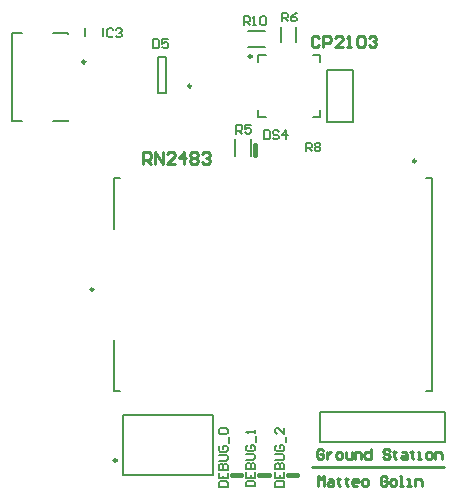
<source format=gbr>
%TF.GenerationSoftware,Altium Limited,Altium Designer,23.3.1 (30)*%
G04 Layer_Color=65535*
%FSLAX45Y45*%
%MOMM*%
%TF.SameCoordinates,3D4662BF-085F-4CF4-8E86-F61BF3E894F1*%
%TF.FilePolarity,Positive*%
%TF.FileFunction,Legend,Top*%
%TF.Part,Single*%
G01*
G75*
%TA.AperFunction,NonConductor*%
%ADD41C,0.25400*%
%ADD53C,0.25000*%
%ADD54C,0.20000*%
%ADD55C,0.40000*%
%ADD56C,0.12800*%
D41*
X2465000Y320000D02*
X3582500D01*
X2512900Y160400D02*
Y240374D01*
X2539558Y213716D01*
X2566216Y240374D01*
Y160400D01*
X2606203Y213716D02*
X2632861D01*
X2646190Y200387D01*
Y160400D01*
X2606203D01*
X2592874Y173729D01*
X2606203Y187058D01*
X2646190D01*
X2686178Y227045D02*
Y213716D01*
X2672848D01*
X2699506D01*
X2686178D01*
Y173729D01*
X2699506Y160400D01*
X2752823Y227045D02*
Y213716D01*
X2739494D01*
X2766152D01*
X2752823D01*
Y173729D01*
X2766152Y160400D01*
X2846126D02*
X2819468D01*
X2806139Y173729D01*
Y200387D01*
X2819468Y213716D01*
X2846126D01*
X2859455Y200387D01*
Y187058D01*
X2806139D01*
X2899442Y160400D02*
X2926100D01*
X2939429Y173729D01*
Y200387D01*
X2926100Y213716D01*
X2899442D01*
X2886113Y200387D01*
Y173729D01*
X2899442Y160400D01*
X3099378Y227045D02*
X3086049Y240374D01*
X3059391D01*
X3046061Y227045D01*
Y173729D01*
X3059391Y160400D01*
X3086049D01*
X3099378Y173729D01*
Y200387D01*
X3072720D01*
X3139365Y160400D02*
X3166023D01*
X3179352Y173729D01*
Y200387D01*
X3166023Y213716D01*
X3139365D01*
X3126036Y200387D01*
Y173729D01*
X3139365Y160400D01*
X3206010D02*
X3232668D01*
X3219339D01*
Y240374D01*
X3206010D01*
X3272655Y160400D02*
X3299313D01*
X3285984D01*
Y213716D01*
X3272655D01*
X3339300Y160400D02*
Y213716D01*
X3379288D01*
X3392617Y200387D01*
Y160400D01*
X2561216Y454545D02*
X2547887Y467874D01*
X2521229D01*
X2507900Y454545D01*
Y401229D01*
X2521229Y387900D01*
X2547887D01*
X2561216Y401229D01*
Y427887D01*
X2534558D01*
X2587874Y441216D02*
Y387900D01*
Y414558D01*
X2601203Y427887D01*
X2614532Y441216D01*
X2627861D01*
X2681178Y387900D02*
X2707836D01*
X2721164Y401229D01*
Y427887D01*
X2707836Y441216D01*
X2681178D01*
X2667848Y427887D01*
Y401229D01*
X2681178Y387900D01*
X2747823Y441216D02*
Y401229D01*
X2761152Y387900D01*
X2801139D01*
Y441216D01*
X2827797Y387900D02*
Y441216D01*
X2867784D01*
X2881113Y427887D01*
Y387900D01*
X2961087Y467874D02*
Y387900D01*
X2921100D01*
X2907771Y401229D01*
Y427887D01*
X2921100Y441216D01*
X2961087D01*
X3121035Y454545D02*
X3107707Y467874D01*
X3081048D01*
X3067719Y454545D01*
Y441216D01*
X3081048Y427887D01*
X3107707D01*
X3121035Y414558D01*
Y401229D01*
X3107707Y387900D01*
X3081048D01*
X3067719Y401229D01*
X3161023Y454545D02*
Y441216D01*
X3147693D01*
X3174352D01*
X3161023D01*
Y401229D01*
X3174352Y387900D01*
X3227668Y441216D02*
X3254326D01*
X3267655Y427887D01*
Y387900D01*
X3227668D01*
X3214339Y401229D01*
X3227668Y414558D01*
X3267655D01*
X3307642Y454545D02*
Y441216D01*
X3294313D01*
X3320971D01*
X3307642D01*
Y401229D01*
X3320971Y387900D01*
X3360958D02*
X3387616D01*
X3374287D01*
Y441216D01*
X3360958D01*
X3440933Y387900D02*
X3467591D01*
X3480920Y401229D01*
Y427887D01*
X3467591Y441216D01*
X3440933D01*
X3427604Y427887D01*
Y401229D01*
X3440933Y387900D01*
X3507578D02*
Y441216D01*
X3547565D01*
X3560894Y427887D01*
Y387900D01*
X1034258Y2882516D02*
Y2982484D01*
X1084242D01*
X1100903Y2965823D01*
Y2932500D01*
X1084242Y2915839D01*
X1034258D01*
X1067581D02*
X1100903Y2882516D01*
X1134226D02*
Y2982484D01*
X1200871Y2882516D01*
Y2982484D01*
X1300839Y2882516D02*
X1234194D01*
X1300839Y2949161D01*
Y2965823D01*
X1284178Y2982484D01*
X1250855D01*
X1234194Y2965823D01*
X1384145Y2882516D02*
Y2982484D01*
X1334161Y2932500D01*
X1400806D01*
X1434129Y2965823D02*
X1450791Y2982484D01*
X1484113D01*
X1500774Y2965823D01*
Y2949161D01*
X1484113Y2932500D01*
X1500774Y2915839D01*
Y2899178D01*
X1484113Y2882516D01*
X1450791D01*
X1434129Y2899178D01*
Y2915839D01*
X1450791Y2932500D01*
X1434129Y2949161D01*
Y2965823D01*
X1450791Y2932500D02*
X1484113D01*
X1534097Y2965823D02*
X1550758Y2982484D01*
X1584081D01*
X1600742Y2965823D01*
Y2949161D01*
X1584081Y2932500D01*
X1567420D01*
X1584081D01*
X1600742Y2915839D01*
Y2899178D01*
X1584081Y2882516D01*
X1550758D01*
X1534097Y2899178D01*
X2526734Y3953323D02*
X2510073Y3969984D01*
X2476750D01*
X2460089Y3953323D01*
Y3886678D01*
X2476750Y3870016D01*
X2510073D01*
X2526734Y3886678D01*
X2560057Y3870016D02*
Y3969984D01*
X2610040D01*
X2626702Y3953323D01*
Y3920000D01*
X2610040Y3903339D01*
X2560057D01*
X2726669Y3870016D02*
X2660024D01*
X2726669Y3936661D01*
Y3953323D01*
X2710008Y3969984D01*
X2676686D01*
X2660024Y3953323D01*
X2759992Y3870016D02*
X2793315D01*
X2776654D01*
Y3969984D01*
X2759992Y3953323D01*
X2843299D02*
X2859960Y3969984D01*
X2893283D01*
X2909944Y3953323D01*
Y3886678D01*
X2893283Y3870016D01*
X2859960D01*
X2843299Y3886678D01*
Y3953323D01*
X2943266D02*
X2959928Y3969984D01*
X2993250D01*
X3009911Y3953323D01*
Y3936661D01*
X2993250Y3920000D01*
X2976589D01*
X2993250D01*
X3009911Y3903339D01*
Y3886678D01*
X2993250Y3870016D01*
X2959928D01*
X2943266Y3886678D01*
D53*
X3344298Y2907800D02*
G03*
X3344298Y2907800I-12500J0D01*
G01*
X613590Y1821400D02*
G03*
X613590Y1821400I-12500J0D01*
G01*
X811100Y373600D02*
G03*
X811100Y373600I-12500J0D01*
G01*
X544700Y3747700D02*
G03*
X544700Y3747700I-12500J0D01*
G01*
X1953400Y3792400D02*
G03*
X1953400Y3792400I-12500J0D01*
G01*
X1441300Y3542500D02*
G03*
X1441300Y3542500I-12500J0D01*
G01*
D54*
X787400Y957800D02*
X838799D01*
X3428401D02*
X3479800D01*
Y2761200D01*
X787400D02*
X838799D01*
X3428395D02*
X3479800D01*
X787400Y2328801D02*
Y2761200D01*
Y957800D02*
Y1390199D01*
X1920278Y4010926D02*
X2067522D01*
X1920278Y3873674D02*
X2067522D01*
X863620Y754615D02*
X1625620D01*
Y246615D02*
Y754615D01*
X863620Y246615D02*
X1625620D01*
X863620D02*
Y754615D01*
X2533701Y526000D02*
Y780000D01*
X3587699D01*
Y526000D02*
Y780000D01*
X2533701Y526000D02*
X3587699D01*
X-75291Y3243201D02*
Y3992201D01*
X-75301Y3243170D02*
X5898D01*
X273502D02*
X394701D01*
Y3256200D01*
X394228Y3979099D02*
Y3992231D01*
X273502D02*
X394228D01*
X-75291Y3992201D02*
X5898D01*
X2595098Y3240600D02*
Y3675600D01*
X2815102D01*
Y3240600D02*
Y3675600D01*
X2595098Y3240600D02*
X2815102D01*
X2005899Y3742402D02*
Y3807401D01*
X2070903D01*
X2470902D02*
X2535900D01*
Y3742402D02*
Y3807401D01*
Y3277399D02*
Y3342398D01*
X2470902Y3277399D02*
X2535900D01*
X2005899D02*
Y3342398D01*
Y3277399D02*
X2070903D01*
X695001Y3962502D02*
Y4032499D01*
X544999Y3962502D02*
Y4032499D01*
X1158800Y3484998D02*
X1228802D01*
X1158800D02*
Y3790002D01*
X1228802D01*
Y3484998D02*
Y3790002D01*
X1810974Y2947164D02*
Y3094407D01*
X1948226Y2947164D02*
Y3094407D01*
X2332498Y3918875D02*
Y4046124D01*
X2197502Y3918875D02*
Y4046124D01*
D55*
X2017508Y249992D02*
X2097508D01*
X2260008D02*
X2340008D01*
X1785010Y249990D02*
X1865010D01*
X1981292Y2962492D02*
Y3042492D01*
D56*
X1888780Y4057512D02*
Y4132488D01*
X1926268D01*
X1938764Y4119992D01*
Y4095000D01*
X1926268Y4082504D01*
X1888780D01*
X1913772D02*
X1938764Y4057512D01*
X1963756D02*
X1988748D01*
X1976252D01*
Y4132488D01*
X1963756Y4119992D01*
X2026236D02*
X2038732Y4132488D01*
X2063724D01*
X2076220Y4119992D01*
Y4070008D01*
X2063724Y4057512D01*
X2038732D01*
X2026236Y4070008D01*
Y4119992D01*
X2410920Y2989612D02*
Y3064588D01*
X2448408D01*
X2460904Y3052092D01*
Y3027100D01*
X2448408Y3014604D01*
X2410920D01*
X2435912D02*
X2460904Y2989612D01*
X2485896Y3052092D02*
X2498392Y3064588D01*
X2523384D01*
X2535880Y3052092D01*
Y3039596D01*
X2523384Y3027100D01*
X2535880Y3014604D01*
Y3002108D01*
X2523384Y2989612D01*
X2498392D01*
X2485896Y3002108D01*
Y3014604D01*
X2498392Y3027100D01*
X2485896Y3039596D01*
Y3052092D01*
X2498392Y3027100D02*
X2523384D01*
X2210020Y4090012D02*
Y4164988D01*
X2247508D01*
X2260004Y4152492D01*
Y4127500D01*
X2247508Y4115004D01*
X2210020D01*
X2235012D02*
X2260004Y4090012D01*
X2334980Y4164988D02*
X2309988Y4152492D01*
X2284996Y4127500D01*
Y4102508D01*
X2297492Y4090012D01*
X2322484D01*
X2334980Y4102508D01*
Y4115004D01*
X2322484Y4127500D01*
X2284996D01*
X1822520Y3140012D02*
Y3214988D01*
X1860008D01*
X1872504Y3202492D01*
Y3177500D01*
X1860008Y3165004D01*
X1822520D01*
X1847512D02*
X1872504Y3140012D01*
X1947480Y3214988D02*
X1897496D01*
Y3177500D01*
X1922488Y3189996D01*
X1934984D01*
X1947480Y3177500D01*
Y3152508D01*
X1934984Y3140012D01*
X1909992D01*
X1897496Y3152508D01*
X2059032Y3166988D02*
Y3092012D01*
X2096520D01*
X2109016Y3104508D01*
Y3154492D01*
X2096520Y3166988D01*
X2059032D01*
X2183992Y3154492D02*
X2171496Y3166988D01*
X2146504D01*
X2134008Y3154492D01*
Y3141996D01*
X2146504Y3129500D01*
X2171496D01*
X2183992Y3117004D01*
Y3104508D01*
X2171496Y3092012D01*
X2146504D01*
X2134008Y3104508D01*
X2246472Y3092012D02*
Y3166988D01*
X2208984Y3129500D01*
X2258968D01*
X1673764Y145078D02*
X1748740D01*
Y182566D01*
X1736244Y195062D01*
X1686260D01*
X1673764Y182566D01*
Y145078D01*
Y270038D02*
Y220054D01*
X1748740D01*
Y270038D01*
X1711252Y220054D02*
Y245046D01*
X1673764Y295030D02*
X1748740D01*
Y332518D01*
X1736244Y345014D01*
X1723748D01*
X1711252Y332518D01*
Y295030D01*
Y332518D01*
X1698756Y345014D01*
X1686260D01*
X1673764Y332518D01*
Y295030D01*
Y370006D02*
X1736244D01*
X1748740Y382502D01*
Y407494D01*
X1736244Y419990D01*
X1673764D01*
X1686260Y494966D02*
X1673764Y482470D01*
Y457478D01*
X1686260Y444982D01*
X1736244D01*
X1748740Y457478D01*
Y482470D01*
X1736244Y494966D01*
X1711252D01*
Y469974D01*
X1761236Y519958D02*
Y569942D01*
X1686260Y594934D02*
X1673764Y607430D01*
Y632422D01*
X1686260Y644918D01*
X1736244D01*
X1748740Y632422D01*
Y607430D01*
X1736244Y594934D01*
X1686260D01*
X2153764Y150080D02*
X2228740D01*
Y187568D01*
X2216244Y200064D01*
X2166260D01*
X2153764Y187568D01*
Y150080D01*
Y275040D02*
Y225056D01*
X2228740D01*
Y275040D01*
X2191252Y225056D02*
Y250048D01*
X2153764Y300032D02*
X2228740D01*
Y337520D01*
X2216244Y350016D01*
X2203748D01*
X2191252Y337520D01*
Y300032D01*
Y337520D01*
X2178756Y350016D01*
X2166260D01*
X2153764Y337520D01*
Y300032D01*
Y375008D02*
X2216244D01*
X2228740Y387504D01*
Y412496D01*
X2216244Y424992D01*
X2153764D01*
X2166260Y499968D02*
X2153764Y487472D01*
Y462480D01*
X2166260Y449984D01*
X2216244D01*
X2228740Y462480D01*
Y487472D01*
X2216244Y499968D01*
X2191252D01*
Y474976D01*
X2241236Y524960D02*
Y574944D01*
X2228740Y649920D02*
Y599936D01*
X2178756Y649920D01*
X2166260D01*
X2153764Y637424D01*
Y612432D01*
X2166260Y599936D01*
X1906263Y152580D02*
X1981239D01*
Y190068D01*
X1968743Y202564D01*
X1918759D01*
X1906263Y190068D01*
Y152580D01*
Y277540D02*
Y227556D01*
X1981239D01*
Y277540D01*
X1943752Y227556D02*
Y252548D01*
X1906263Y302532D02*
X1981239D01*
Y340020D01*
X1968743Y352516D01*
X1956247D01*
X1943752Y340020D01*
Y302532D01*
Y340020D01*
X1931255Y352516D01*
X1918759D01*
X1906263Y340020D01*
Y302532D01*
Y377508D02*
X1968743D01*
X1981239Y390004D01*
Y414996D01*
X1968743Y427492D01*
X1906263D01*
X1918759Y502468D02*
X1906263Y489972D01*
Y464980D01*
X1918759Y452484D01*
X1968743D01*
X1981239Y464980D01*
Y489972D01*
X1968743Y502468D01*
X1943752D01*
Y477476D01*
X1993735Y527460D02*
Y577444D01*
X1981239Y602436D02*
Y627428D01*
Y614932D01*
X1906263D01*
X1918759Y602436D01*
X1121920Y3939188D02*
Y3864212D01*
X1159408D01*
X1171904Y3876708D01*
Y3926692D01*
X1159408Y3939188D01*
X1121920D01*
X1246880D02*
X1196896D01*
Y3901700D01*
X1221888Y3914196D01*
X1234384D01*
X1246880Y3901700D01*
Y3876708D01*
X1234384Y3864212D01*
X1209392D01*
X1196896Y3876708D01*
X779504Y4020392D02*
X767008Y4032888D01*
X742016D01*
X729520Y4020392D01*
Y3970408D01*
X742016Y3957912D01*
X767008D01*
X779504Y3970408D01*
X804496Y4020392D02*
X816992Y4032888D01*
X841984D01*
X854480Y4020392D01*
Y4007896D01*
X841984Y3995400D01*
X829488D01*
X841984D01*
X854480Y3982904D01*
Y3970408D01*
X841984Y3957912D01*
X816992D01*
X804496Y3970408D01*
%TF.MD5,d3d8f02cf8496d63b834c6753235e246*%
M02*

</source>
